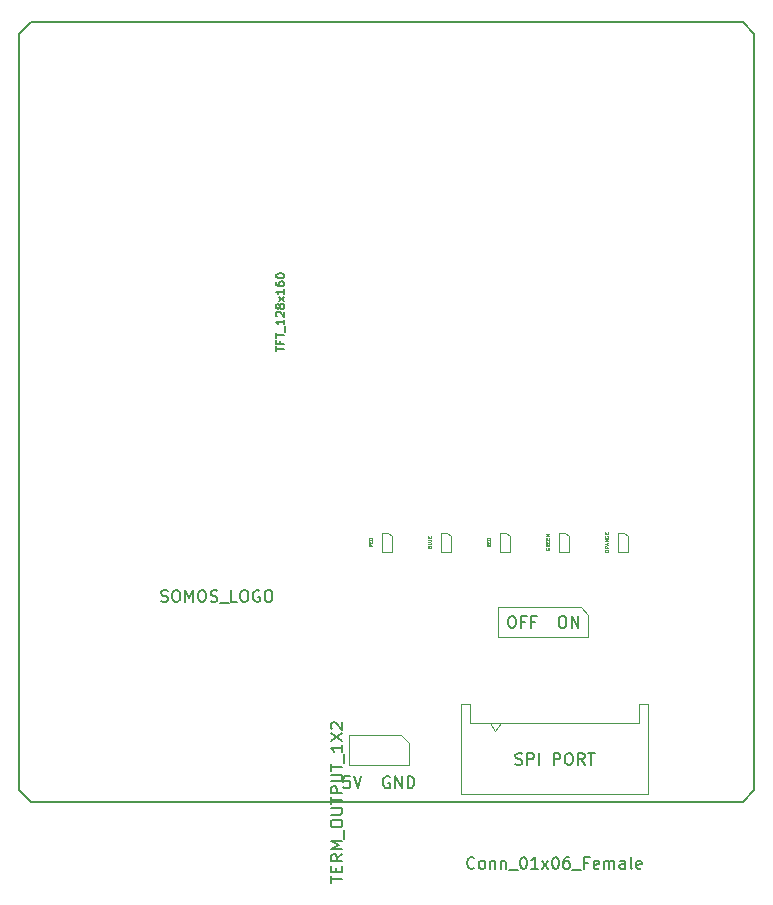
<source format=gbr>
G04 #@! TF.GenerationSoftware,KiCad,Pcbnew,5.1.5-52549c5~86~ubuntu18.04.1*
G04 #@! TF.CreationDate,2020-04-28T10:32:59-07:00*
G04 #@! TF.ProjectId,SHIELD_MIMAS_TFT_BT_POWERSUPPLY,53484945-4c44-45f4-9d49-4d41535f5446,rev?*
G04 #@! TF.SameCoordinates,Original*
G04 #@! TF.FileFunction,Other,Fab,Top*
%FSLAX46Y46*%
G04 Gerber Fmt 4.6, Leading zero omitted, Abs format (unit mm)*
G04 Created by KiCad (PCBNEW 5.1.5-52549c5~86~ubuntu18.04.1) date 2020-04-28 10:32:59*
%MOMM*%
%LPD*%
G04 APERTURE LIST*
%ADD10C,0.150000*%
%ADD11C,0.100000*%
%ADD12C,0.075000*%
G04 APERTURE END LIST*
D10*
X118885000Y-132020000D02*
X118885000Y-67980000D01*
X180115000Y-133020000D02*
X119885000Y-133020000D01*
X181115000Y-67980000D02*
X181115000Y-132020000D01*
X119885000Y-66980000D02*
X180115000Y-66980000D01*
X180115000Y-133020000D02*
X181115000Y-132020000D01*
X180115000Y-66980000D02*
X181115000Y-67980000D01*
X118885000Y-67980000D02*
X119885000Y-66980000D01*
X118885000Y-132020000D02*
X119885000Y-133020000D01*
D11*
X151235000Y-127330000D02*
X151870000Y-127965000D01*
X146790000Y-127330000D02*
X151235000Y-127330000D01*
X146790000Y-129870000D02*
X146790000Y-127330000D01*
X151870000Y-129870000D02*
X146790000Y-129870000D01*
X151870000Y-127965000D02*
X151870000Y-129870000D01*
X159200000Y-127007107D02*
X159700000Y-126300000D01*
X158700000Y-126300000D02*
X159200000Y-127007107D01*
X172150000Y-124700000D02*
X172150000Y-132300000D01*
X156250000Y-124700000D02*
X156250000Y-132300000D01*
X156250000Y-132300000D02*
X172150000Y-132300000D01*
X171350000Y-124700000D02*
X172150000Y-124700000D01*
X171350000Y-126300000D02*
X171350000Y-124700000D01*
X157050000Y-126300000D02*
X171350000Y-126300000D01*
X157050000Y-124700000D02*
X157050000Y-126300000D01*
X156250000Y-124700000D02*
X157050000Y-124700000D01*
X166435000Y-116530000D02*
X167070000Y-117165000D01*
X159450000Y-116530000D02*
X166435000Y-116530000D01*
X159450000Y-119070000D02*
X159450000Y-116530000D01*
X167070000Y-119070000D02*
X159450000Y-119070000D01*
X167070000Y-117165000D02*
X167070000Y-119070000D01*
X149600000Y-111800000D02*
X150400000Y-111800000D01*
X149600000Y-110200000D02*
X149600000Y-111800000D01*
X150100000Y-110200000D02*
X149600000Y-110200000D01*
X150400000Y-110500000D02*
X150100000Y-110200000D01*
X150400000Y-111800000D02*
X150400000Y-110500000D01*
X154600000Y-111800000D02*
X155400000Y-111800000D01*
X154600000Y-110200000D02*
X154600000Y-111800000D01*
X155100000Y-110200000D02*
X154600000Y-110200000D01*
X155400000Y-110500000D02*
X155100000Y-110200000D01*
X155400000Y-111800000D02*
X155400000Y-110500000D01*
X159600000Y-111800000D02*
X160400000Y-111800000D01*
X159600000Y-110200000D02*
X159600000Y-111800000D01*
X160100000Y-110200000D02*
X159600000Y-110200000D01*
X160400000Y-110500000D02*
X160100000Y-110200000D01*
X160400000Y-111800000D02*
X160400000Y-110500000D01*
X164600000Y-111800000D02*
X165400000Y-111800000D01*
X164600000Y-110200000D02*
X164600000Y-111800000D01*
X165100000Y-110200000D02*
X164600000Y-110200000D01*
X165400000Y-110500000D02*
X165100000Y-110200000D01*
X165400000Y-111800000D02*
X165400000Y-110500000D01*
X169600000Y-111800000D02*
X170400000Y-111800000D01*
X169600000Y-110200000D02*
X169600000Y-111800000D01*
X170100000Y-110200000D02*
X169600000Y-110200000D01*
X170400000Y-110500000D02*
X170100000Y-110200000D01*
X170400000Y-111800000D02*
X170400000Y-110500000D01*
D10*
X145242380Y-139818333D02*
X145242380Y-139246904D01*
X146242380Y-139532619D02*
X145242380Y-139532619D01*
X145718571Y-138913571D02*
X145718571Y-138580238D01*
X146242380Y-138437380D02*
X146242380Y-138913571D01*
X145242380Y-138913571D01*
X145242380Y-138437380D01*
X146242380Y-137437380D02*
X145766190Y-137770714D01*
X146242380Y-138008809D02*
X145242380Y-138008809D01*
X145242380Y-137627857D01*
X145290000Y-137532619D01*
X145337619Y-137485000D01*
X145432857Y-137437380D01*
X145575714Y-137437380D01*
X145670952Y-137485000D01*
X145718571Y-137532619D01*
X145766190Y-137627857D01*
X145766190Y-138008809D01*
X146242380Y-137008809D02*
X145242380Y-137008809D01*
X145956666Y-136675476D01*
X145242380Y-136342142D01*
X146242380Y-136342142D01*
X146337619Y-136104047D02*
X146337619Y-135342142D01*
X145242380Y-134913571D02*
X145242380Y-134723095D01*
X145290000Y-134627857D01*
X145385238Y-134532619D01*
X145575714Y-134485000D01*
X145909047Y-134485000D01*
X146099523Y-134532619D01*
X146194761Y-134627857D01*
X146242380Y-134723095D01*
X146242380Y-134913571D01*
X146194761Y-135008809D01*
X146099523Y-135104047D01*
X145909047Y-135151666D01*
X145575714Y-135151666D01*
X145385238Y-135104047D01*
X145290000Y-135008809D01*
X145242380Y-134913571D01*
X145242380Y-134056428D02*
X146051904Y-134056428D01*
X146147142Y-134008809D01*
X146194761Y-133961190D01*
X146242380Y-133865952D01*
X146242380Y-133675476D01*
X146194761Y-133580238D01*
X146147142Y-133532619D01*
X146051904Y-133485000D01*
X145242380Y-133485000D01*
X145242380Y-133151666D02*
X145242380Y-132580238D01*
X146242380Y-132865952D02*
X145242380Y-132865952D01*
X146242380Y-132246904D02*
X145242380Y-132246904D01*
X145242380Y-131865952D01*
X145290000Y-131770714D01*
X145337619Y-131723095D01*
X145432857Y-131675476D01*
X145575714Y-131675476D01*
X145670952Y-131723095D01*
X145718571Y-131770714D01*
X145766190Y-131865952D01*
X145766190Y-132246904D01*
X145242380Y-131246904D02*
X146051904Y-131246904D01*
X146147142Y-131199285D01*
X146194761Y-131151666D01*
X146242380Y-131056428D01*
X146242380Y-130865952D01*
X146194761Y-130770714D01*
X146147142Y-130723095D01*
X146051904Y-130675476D01*
X145242380Y-130675476D01*
X145242380Y-130342142D02*
X145242380Y-129770714D01*
X146242380Y-130056428D02*
X145242380Y-130056428D01*
X146337619Y-129675476D02*
X146337619Y-128913571D01*
X146242380Y-128151666D02*
X146242380Y-128723095D01*
X146242380Y-128437380D02*
X145242380Y-128437380D01*
X145385238Y-128532619D01*
X145480476Y-128627857D01*
X145528095Y-128723095D01*
X145242380Y-127818333D02*
X146242380Y-127151666D01*
X145242380Y-127151666D02*
X146242380Y-127818333D01*
X145337619Y-126818333D02*
X145290000Y-126770714D01*
X145242380Y-126675476D01*
X145242380Y-126437380D01*
X145290000Y-126342142D01*
X145337619Y-126294523D01*
X145432857Y-126246904D01*
X145528095Y-126246904D01*
X145670952Y-126294523D01*
X146242380Y-126865952D01*
X146242380Y-126246904D01*
X146853809Y-130822380D02*
X146377619Y-130822380D01*
X146330000Y-131298571D01*
X146377619Y-131250952D01*
X146472857Y-131203333D01*
X146710952Y-131203333D01*
X146806190Y-131250952D01*
X146853809Y-131298571D01*
X146901428Y-131393809D01*
X146901428Y-131631904D01*
X146853809Y-131727142D01*
X146806190Y-131774761D01*
X146710952Y-131822380D01*
X146472857Y-131822380D01*
X146377619Y-131774761D01*
X146330000Y-131727142D01*
X147187142Y-130822380D02*
X147520476Y-131822380D01*
X147853809Y-130822380D01*
X150234761Y-130870000D02*
X150139523Y-130822380D01*
X149996666Y-130822380D01*
X149853809Y-130870000D01*
X149758571Y-130965238D01*
X149710952Y-131060476D01*
X149663333Y-131250952D01*
X149663333Y-131393809D01*
X149710952Y-131584285D01*
X149758571Y-131679523D01*
X149853809Y-131774761D01*
X149996666Y-131822380D01*
X150091904Y-131822380D01*
X150234761Y-131774761D01*
X150282380Y-131727142D01*
X150282380Y-131393809D01*
X150091904Y-131393809D01*
X150710952Y-131822380D02*
X150710952Y-130822380D01*
X151282380Y-131822380D01*
X151282380Y-130822380D01*
X151758571Y-131822380D02*
X151758571Y-130822380D01*
X151996666Y-130822380D01*
X152139523Y-130870000D01*
X152234761Y-130965238D01*
X152282380Y-131060476D01*
X152330000Y-131250952D01*
X152330000Y-131393809D01*
X152282380Y-131584285D01*
X152234761Y-131679523D01*
X152139523Y-131774761D01*
X151996666Y-131822380D01*
X151758571Y-131822380D01*
X140616666Y-94816666D02*
X140616666Y-94416666D01*
X141316666Y-94616666D02*
X140616666Y-94616666D01*
X140950000Y-93950000D02*
X140950000Y-94183333D01*
X141316666Y-94183333D02*
X140616666Y-94183333D01*
X140616666Y-93850000D01*
X140616666Y-93683333D02*
X140616666Y-93283333D01*
X141316666Y-93483333D02*
X140616666Y-93483333D01*
X141383333Y-93216666D02*
X141383333Y-92683333D01*
X141316666Y-92150000D02*
X141316666Y-92550000D01*
X141316666Y-92350000D02*
X140616666Y-92350000D01*
X140716666Y-92416666D01*
X140783333Y-92483333D01*
X140816666Y-92550000D01*
X140683333Y-91883333D02*
X140650000Y-91850000D01*
X140616666Y-91783333D01*
X140616666Y-91616666D01*
X140650000Y-91550000D01*
X140683333Y-91516666D01*
X140750000Y-91483333D01*
X140816666Y-91483333D01*
X140916666Y-91516666D01*
X141316666Y-91916666D01*
X141316666Y-91483333D01*
X140916666Y-91083333D02*
X140883333Y-91150000D01*
X140850000Y-91183333D01*
X140783333Y-91216666D01*
X140750000Y-91216666D01*
X140683333Y-91183333D01*
X140650000Y-91150000D01*
X140616666Y-91083333D01*
X140616666Y-90950000D01*
X140650000Y-90883333D01*
X140683333Y-90850000D01*
X140750000Y-90816666D01*
X140783333Y-90816666D01*
X140850000Y-90850000D01*
X140883333Y-90883333D01*
X140916666Y-90950000D01*
X140916666Y-91083333D01*
X140950000Y-91150000D01*
X140983333Y-91183333D01*
X141050000Y-91216666D01*
X141183333Y-91216666D01*
X141250000Y-91183333D01*
X141283333Y-91150000D01*
X141316666Y-91083333D01*
X141316666Y-90950000D01*
X141283333Y-90883333D01*
X141250000Y-90850000D01*
X141183333Y-90816666D01*
X141050000Y-90816666D01*
X140983333Y-90850000D01*
X140950000Y-90883333D01*
X140916666Y-90950000D01*
X141316666Y-90583333D02*
X140850000Y-90216666D01*
X140850000Y-90583333D02*
X141316666Y-90216666D01*
X141316666Y-89583333D02*
X141316666Y-89983333D01*
X141316666Y-89783333D02*
X140616666Y-89783333D01*
X140716666Y-89850000D01*
X140783333Y-89916666D01*
X140816666Y-89983333D01*
X140616666Y-88983333D02*
X140616666Y-89116666D01*
X140650000Y-89183333D01*
X140683333Y-89216666D01*
X140783333Y-89283333D01*
X140916666Y-89316666D01*
X141183333Y-89316666D01*
X141250000Y-89283333D01*
X141283333Y-89250000D01*
X141316666Y-89183333D01*
X141316666Y-89050000D01*
X141283333Y-88983333D01*
X141250000Y-88950000D01*
X141183333Y-88916666D01*
X141016666Y-88916666D01*
X140950000Y-88950000D01*
X140916666Y-88983333D01*
X140883333Y-89050000D01*
X140883333Y-89183333D01*
X140916666Y-89250000D01*
X140950000Y-89283333D01*
X141016666Y-89316666D01*
X140616666Y-88483333D02*
X140616666Y-88416666D01*
X140650000Y-88350000D01*
X140683333Y-88316666D01*
X140750000Y-88283333D01*
X140883333Y-88250000D01*
X141050000Y-88250000D01*
X141183333Y-88283333D01*
X141250000Y-88316666D01*
X141283333Y-88350000D01*
X141316666Y-88416666D01*
X141316666Y-88483333D01*
X141283333Y-88550000D01*
X141250000Y-88583333D01*
X141183333Y-88616666D01*
X141050000Y-88650000D01*
X140883333Y-88650000D01*
X140750000Y-88616666D01*
X140683333Y-88583333D01*
X140650000Y-88550000D01*
X140616666Y-88483333D01*
X157414285Y-138557142D02*
X157366666Y-138604761D01*
X157223809Y-138652380D01*
X157128571Y-138652380D01*
X156985714Y-138604761D01*
X156890476Y-138509523D01*
X156842857Y-138414285D01*
X156795238Y-138223809D01*
X156795238Y-138080952D01*
X156842857Y-137890476D01*
X156890476Y-137795238D01*
X156985714Y-137700000D01*
X157128571Y-137652380D01*
X157223809Y-137652380D01*
X157366666Y-137700000D01*
X157414285Y-137747619D01*
X157985714Y-138652380D02*
X157890476Y-138604761D01*
X157842857Y-138557142D01*
X157795238Y-138461904D01*
X157795238Y-138176190D01*
X157842857Y-138080952D01*
X157890476Y-138033333D01*
X157985714Y-137985714D01*
X158128571Y-137985714D01*
X158223809Y-138033333D01*
X158271428Y-138080952D01*
X158319047Y-138176190D01*
X158319047Y-138461904D01*
X158271428Y-138557142D01*
X158223809Y-138604761D01*
X158128571Y-138652380D01*
X157985714Y-138652380D01*
X158747619Y-137985714D02*
X158747619Y-138652380D01*
X158747619Y-138080952D02*
X158795238Y-138033333D01*
X158890476Y-137985714D01*
X159033333Y-137985714D01*
X159128571Y-138033333D01*
X159176190Y-138128571D01*
X159176190Y-138652380D01*
X159652380Y-137985714D02*
X159652380Y-138652380D01*
X159652380Y-138080952D02*
X159700000Y-138033333D01*
X159795238Y-137985714D01*
X159938095Y-137985714D01*
X160033333Y-138033333D01*
X160080952Y-138128571D01*
X160080952Y-138652380D01*
X160319047Y-138747619D02*
X161080952Y-138747619D01*
X161509523Y-137652380D02*
X161604761Y-137652380D01*
X161700000Y-137700000D01*
X161747619Y-137747619D01*
X161795238Y-137842857D01*
X161842857Y-138033333D01*
X161842857Y-138271428D01*
X161795238Y-138461904D01*
X161747619Y-138557142D01*
X161700000Y-138604761D01*
X161604761Y-138652380D01*
X161509523Y-138652380D01*
X161414285Y-138604761D01*
X161366666Y-138557142D01*
X161319047Y-138461904D01*
X161271428Y-138271428D01*
X161271428Y-138033333D01*
X161319047Y-137842857D01*
X161366666Y-137747619D01*
X161414285Y-137700000D01*
X161509523Y-137652380D01*
X162795238Y-138652380D02*
X162223809Y-138652380D01*
X162509523Y-138652380D02*
X162509523Y-137652380D01*
X162414285Y-137795238D01*
X162319047Y-137890476D01*
X162223809Y-137938095D01*
X163128571Y-138652380D02*
X163652380Y-137985714D01*
X163128571Y-137985714D02*
X163652380Y-138652380D01*
X164223809Y-137652380D02*
X164319047Y-137652380D01*
X164414285Y-137700000D01*
X164461904Y-137747619D01*
X164509523Y-137842857D01*
X164557142Y-138033333D01*
X164557142Y-138271428D01*
X164509523Y-138461904D01*
X164461904Y-138557142D01*
X164414285Y-138604761D01*
X164319047Y-138652380D01*
X164223809Y-138652380D01*
X164128571Y-138604761D01*
X164080952Y-138557142D01*
X164033333Y-138461904D01*
X163985714Y-138271428D01*
X163985714Y-138033333D01*
X164033333Y-137842857D01*
X164080952Y-137747619D01*
X164128571Y-137700000D01*
X164223809Y-137652380D01*
X165414285Y-137652380D02*
X165223809Y-137652380D01*
X165128571Y-137700000D01*
X165080952Y-137747619D01*
X164985714Y-137890476D01*
X164938095Y-138080952D01*
X164938095Y-138461904D01*
X164985714Y-138557142D01*
X165033333Y-138604761D01*
X165128571Y-138652380D01*
X165319047Y-138652380D01*
X165414285Y-138604761D01*
X165461904Y-138557142D01*
X165509523Y-138461904D01*
X165509523Y-138223809D01*
X165461904Y-138128571D01*
X165414285Y-138080952D01*
X165319047Y-138033333D01*
X165128571Y-138033333D01*
X165033333Y-138080952D01*
X164985714Y-138128571D01*
X164938095Y-138223809D01*
X165700000Y-138747619D02*
X166461904Y-138747619D01*
X167033333Y-138128571D02*
X166700000Y-138128571D01*
X166700000Y-138652380D02*
X166700000Y-137652380D01*
X167176190Y-137652380D01*
X167938095Y-138604761D02*
X167842857Y-138652380D01*
X167652380Y-138652380D01*
X167557142Y-138604761D01*
X167509523Y-138509523D01*
X167509523Y-138128571D01*
X167557142Y-138033333D01*
X167652380Y-137985714D01*
X167842857Y-137985714D01*
X167938095Y-138033333D01*
X167985714Y-138128571D01*
X167985714Y-138223809D01*
X167509523Y-138319047D01*
X168414285Y-138652380D02*
X168414285Y-137985714D01*
X168414285Y-138080952D02*
X168461904Y-138033333D01*
X168557142Y-137985714D01*
X168700000Y-137985714D01*
X168795238Y-138033333D01*
X168842857Y-138128571D01*
X168842857Y-138652380D01*
X168842857Y-138128571D02*
X168890476Y-138033333D01*
X168985714Y-137985714D01*
X169128571Y-137985714D01*
X169223809Y-138033333D01*
X169271428Y-138128571D01*
X169271428Y-138652380D01*
X170176190Y-138652380D02*
X170176190Y-138128571D01*
X170128571Y-138033333D01*
X170033333Y-137985714D01*
X169842857Y-137985714D01*
X169747619Y-138033333D01*
X170176190Y-138604761D02*
X170080952Y-138652380D01*
X169842857Y-138652380D01*
X169747619Y-138604761D01*
X169700000Y-138509523D01*
X169700000Y-138414285D01*
X169747619Y-138319047D01*
X169842857Y-138271428D01*
X170080952Y-138271428D01*
X170176190Y-138223809D01*
X170795238Y-138652380D02*
X170700000Y-138604761D01*
X170652380Y-138509523D01*
X170652380Y-137652380D01*
X171557142Y-138604761D02*
X171461904Y-138652380D01*
X171271428Y-138652380D01*
X171176190Y-138604761D01*
X171128571Y-138509523D01*
X171128571Y-138128571D01*
X171176190Y-138033333D01*
X171271428Y-137985714D01*
X171461904Y-137985714D01*
X171557142Y-138033333D01*
X171604761Y-138128571D01*
X171604761Y-138223809D01*
X171128571Y-138319047D01*
X160890476Y-129804761D02*
X161033333Y-129852380D01*
X161271428Y-129852380D01*
X161366666Y-129804761D01*
X161414285Y-129757142D01*
X161461904Y-129661904D01*
X161461904Y-129566666D01*
X161414285Y-129471428D01*
X161366666Y-129423809D01*
X161271428Y-129376190D01*
X161080952Y-129328571D01*
X160985714Y-129280952D01*
X160938095Y-129233333D01*
X160890476Y-129138095D01*
X160890476Y-129042857D01*
X160938095Y-128947619D01*
X160985714Y-128900000D01*
X161080952Y-128852380D01*
X161319047Y-128852380D01*
X161461904Y-128900000D01*
X161890476Y-129852380D02*
X161890476Y-128852380D01*
X162271428Y-128852380D01*
X162366666Y-128900000D01*
X162414285Y-128947619D01*
X162461904Y-129042857D01*
X162461904Y-129185714D01*
X162414285Y-129280952D01*
X162366666Y-129328571D01*
X162271428Y-129376190D01*
X161890476Y-129376190D01*
X162890476Y-129852380D02*
X162890476Y-128852380D01*
X164128571Y-129852380D02*
X164128571Y-128852380D01*
X164509523Y-128852380D01*
X164604761Y-128900000D01*
X164652380Y-128947619D01*
X164700000Y-129042857D01*
X164700000Y-129185714D01*
X164652380Y-129280952D01*
X164604761Y-129328571D01*
X164509523Y-129376190D01*
X164128571Y-129376190D01*
X165319047Y-128852380D02*
X165509523Y-128852380D01*
X165604761Y-128900000D01*
X165700000Y-128995238D01*
X165747619Y-129185714D01*
X165747619Y-129519047D01*
X165700000Y-129709523D01*
X165604761Y-129804761D01*
X165509523Y-129852380D01*
X165319047Y-129852380D01*
X165223809Y-129804761D01*
X165128571Y-129709523D01*
X165080952Y-129519047D01*
X165080952Y-129185714D01*
X165128571Y-128995238D01*
X165223809Y-128900000D01*
X165319047Y-128852380D01*
X166747619Y-129852380D02*
X166414285Y-129376190D01*
X166176190Y-129852380D02*
X166176190Y-128852380D01*
X166557142Y-128852380D01*
X166652380Y-128900000D01*
X166700000Y-128947619D01*
X166747619Y-129042857D01*
X166747619Y-129185714D01*
X166700000Y-129280952D01*
X166652380Y-129328571D01*
X166557142Y-129376190D01*
X166176190Y-129376190D01*
X167033333Y-128852380D02*
X167604761Y-128852380D01*
X167319047Y-129852380D02*
X167319047Y-128852380D01*
X160498095Y-117252380D02*
X160688571Y-117252380D01*
X160783809Y-117300000D01*
X160879047Y-117395238D01*
X160926666Y-117585714D01*
X160926666Y-117919047D01*
X160879047Y-118109523D01*
X160783809Y-118204761D01*
X160688571Y-118252380D01*
X160498095Y-118252380D01*
X160402857Y-118204761D01*
X160307619Y-118109523D01*
X160260000Y-117919047D01*
X160260000Y-117585714D01*
X160307619Y-117395238D01*
X160402857Y-117300000D01*
X160498095Y-117252380D01*
X161688571Y-117728571D02*
X161355238Y-117728571D01*
X161355238Y-118252380D02*
X161355238Y-117252380D01*
X161831428Y-117252380D01*
X162545714Y-117728571D02*
X162212380Y-117728571D01*
X162212380Y-118252380D02*
X162212380Y-117252380D01*
X162688571Y-117252380D01*
X164783809Y-117252380D02*
X164974285Y-117252380D01*
X165069523Y-117300000D01*
X165164761Y-117395238D01*
X165212380Y-117585714D01*
X165212380Y-117919047D01*
X165164761Y-118109523D01*
X165069523Y-118204761D01*
X164974285Y-118252380D01*
X164783809Y-118252380D01*
X164688571Y-118204761D01*
X164593333Y-118109523D01*
X164545714Y-117919047D01*
X164545714Y-117585714D01*
X164593333Y-117395238D01*
X164688571Y-117300000D01*
X164783809Y-117252380D01*
X165640952Y-118252380D02*
X165640952Y-117252380D01*
X166212380Y-118252380D01*
X166212380Y-117252380D01*
D12*
X148755714Y-111192857D02*
X148612857Y-111292857D01*
X148755714Y-111364285D02*
X148455714Y-111364285D01*
X148455714Y-111250000D01*
X148470000Y-111221428D01*
X148484285Y-111207142D01*
X148512857Y-111192857D01*
X148555714Y-111192857D01*
X148584285Y-111207142D01*
X148598571Y-111221428D01*
X148612857Y-111250000D01*
X148612857Y-111364285D01*
X148598571Y-111064285D02*
X148598571Y-110964285D01*
X148755714Y-110921428D02*
X148755714Y-111064285D01*
X148455714Y-111064285D01*
X148455714Y-110921428D01*
X148755714Y-110792857D02*
X148455714Y-110792857D01*
X148455714Y-110721428D01*
X148470000Y-110678571D01*
X148498571Y-110650000D01*
X148527142Y-110635714D01*
X148584285Y-110621428D01*
X148627142Y-110621428D01*
X148684285Y-110635714D01*
X148712857Y-110650000D01*
X148741428Y-110678571D01*
X148755714Y-110721428D01*
X148755714Y-110792857D01*
X153598571Y-111392857D02*
X153612857Y-111350000D01*
X153627142Y-111335714D01*
X153655714Y-111321428D01*
X153698571Y-111321428D01*
X153727142Y-111335714D01*
X153741428Y-111350000D01*
X153755714Y-111378571D01*
X153755714Y-111492857D01*
X153455714Y-111492857D01*
X153455714Y-111392857D01*
X153470000Y-111364285D01*
X153484285Y-111350000D01*
X153512857Y-111335714D01*
X153541428Y-111335714D01*
X153570000Y-111350000D01*
X153584285Y-111364285D01*
X153598571Y-111392857D01*
X153598571Y-111492857D01*
X153755714Y-111050000D02*
X153755714Y-111192857D01*
X153455714Y-111192857D01*
X153455714Y-110950000D02*
X153698571Y-110950000D01*
X153727142Y-110935714D01*
X153741428Y-110921428D01*
X153755714Y-110892857D01*
X153755714Y-110835714D01*
X153741428Y-110807142D01*
X153727142Y-110792857D01*
X153698571Y-110778571D01*
X153455714Y-110778571D01*
X153598571Y-110635714D02*
X153598571Y-110535714D01*
X153755714Y-110492857D02*
X153755714Y-110635714D01*
X153455714Y-110635714D01*
X153455714Y-110492857D01*
X158755714Y-111192857D02*
X158612857Y-111292857D01*
X158755714Y-111364285D02*
X158455714Y-111364285D01*
X158455714Y-111250000D01*
X158470000Y-111221428D01*
X158484285Y-111207142D01*
X158512857Y-111192857D01*
X158555714Y-111192857D01*
X158584285Y-111207142D01*
X158598571Y-111221428D01*
X158612857Y-111250000D01*
X158612857Y-111364285D01*
X158598571Y-111064285D02*
X158598571Y-110964285D01*
X158755714Y-110921428D02*
X158755714Y-111064285D01*
X158455714Y-111064285D01*
X158455714Y-110921428D01*
X158755714Y-110792857D02*
X158455714Y-110792857D01*
X158455714Y-110721428D01*
X158470000Y-110678571D01*
X158498571Y-110650000D01*
X158527142Y-110635714D01*
X158584285Y-110621428D01*
X158627142Y-110621428D01*
X158684285Y-110635714D01*
X158712857Y-110650000D01*
X158741428Y-110678571D01*
X158755714Y-110721428D01*
X158755714Y-110792857D01*
X163470000Y-111500000D02*
X163455714Y-111528571D01*
X163455714Y-111571428D01*
X163470000Y-111614285D01*
X163498571Y-111642857D01*
X163527142Y-111657142D01*
X163584285Y-111671428D01*
X163627142Y-111671428D01*
X163684285Y-111657142D01*
X163712857Y-111642857D01*
X163741428Y-111614285D01*
X163755714Y-111571428D01*
X163755714Y-111542857D01*
X163741428Y-111500000D01*
X163727142Y-111485714D01*
X163627142Y-111485714D01*
X163627142Y-111542857D01*
X163755714Y-111185714D02*
X163612857Y-111285714D01*
X163755714Y-111357142D02*
X163455714Y-111357142D01*
X163455714Y-111242857D01*
X163470000Y-111214285D01*
X163484285Y-111200000D01*
X163512857Y-111185714D01*
X163555714Y-111185714D01*
X163584285Y-111200000D01*
X163598571Y-111214285D01*
X163612857Y-111242857D01*
X163612857Y-111357142D01*
X163598571Y-111057142D02*
X163598571Y-110957142D01*
X163755714Y-110914285D02*
X163755714Y-111057142D01*
X163455714Y-111057142D01*
X163455714Y-110914285D01*
X163598571Y-110785714D02*
X163598571Y-110685714D01*
X163755714Y-110642857D02*
X163755714Y-110785714D01*
X163455714Y-110785714D01*
X163455714Y-110642857D01*
X163755714Y-110514285D02*
X163455714Y-110514285D01*
X163755714Y-110342857D01*
X163455714Y-110342857D01*
X168455714Y-111750000D02*
X168455714Y-111692857D01*
X168470000Y-111664285D01*
X168498571Y-111635714D01*
X168555714Y-111621428D01*
X168655714Y-111621428D01*
X168712857Y-111635714D01*
X168741428Y-111664285D01*
X168755714Y-111692857D01*
X168755714Y-111750000D01*
X168741428Y-111778571D01*
X168712857Y-111807142D01*
X168655714Y-111821428D01*
X168555714Y-111821428D01*
X168498571Y-111807142D01*
X168470000Y-111778571D01*
X168455714Y-111750000D01*
X168755714Y-111321428D02*
X168612857Y-111421428D01*
X168755714Y-111492857D02*
X168455714Y-111492857D01*
X168455714Y-111378571D01*
X168470000Y-111350000D01*
X168484285Y-111335714D01*
X168512857Y-111321428D01*
X168555714Y-111321428D01*
X168584285Y-111335714D01*
X168598571Y-111350000D01*
X168612857Y-111378571D01*
X168612857Y-111492857D01*
X168670000Y-111207142D02*
X168670000Y-111064285D01*
X168755714Y-111235714D02*
X168455714Y-111135714D01*
X168755714Y-111035714D01*
X168755714Y-110935714D02*
X168455714Y-110935714D01*
X168755714Y-110764285D01*
X168455714Y-110764285D01*
X168470000Y-110464285D02*
X168455714Y-110492857D01*
X168455714Y-110535714D01*
X168470000Y-110578571D01*
X168498571Y-110607142D01*
X168527142Y-110621428D01*
X168584285Y-110635714D01*
X168627142Y-110635714D01*
X168684285Y-110621428D01*
X168712857Y-110607142D01*
X168741428Y-110578571D01*
X168755714Y-110535714D01*
X168755714Y-110507142D01*
X168741428Y-110464285D01*
X168727142Y-110450000D01*
X168627142Y-110450000D01*
X168627142Y-110507142D01*
X168598571Y-110321428D02*
X168598571Y-110221428D01*
X168755714Y-110178571D02*
X168755714Y-110321428D01*
X168455714Y-110321428D01*
X168455714Y-110178571D01*
D10*
X130885714Y-116004761D02*
X131028571Y-116052380D01*
X131266666Y-116052380D01*
X131361904Y-116004761D01*
X131409523Y-115957142D01*
X131457142Y-115861904D01*
X131457142Y-115766666D01*
X131409523Y-115671428D01*
X131361904Y-115623809D01*
X131266666Y-115576190D01*
X131076190Y-115528571D01*
X130980952Y-115480952D01*
X130933333Y-115433333D01*
X130885714Y-115338095D01*
X130885714Y-115242857D01*
X130933333Y-115147619D01*
X130980952Y-115100000D01*
X131076190Y-115052380D01*
X131314285Y-115052380D01*
X131457142Y-115100000D01*
X132076190Y-115052380D02*
X132266666Y-115052380D01*
X132361904Y-115100000D01*
X132457142Y-115195238D01*
X132504761Y-115385714D01*
X132504761Y-115719047D01*
X132457142Y-115909523D01*
X132361904Y-116004761D01*
X132266666Y-116052380D01*
X132076190Y-116052380D01*
X131980952Y-116004761D01*
X131885714Y-115909523D01*
X131838095Y-115719047D01*
X131838095Y-115385714D01*
X131885714Y-115195238D01*
X131980952Y-115100000D01*
X132076190Y-115052380D01*
X132933333Y-116052380D02*
X132933333Y-115052380D01*
X133266666Y-115766666D01*
X133600000Y-115052380D01*
X133600000Y-116052380D01*
X134266666Y-115052380D02*
X134457142Y-115052380D01*
X134552380Y-115100000D01*
X134647619Y-115195238D01*
X134695238Y-115385714D01*
X134695238Y-115719047D01*
X134647619Y-115909523D01*
X134552380Y-116004761D01*
X134457142Y-116052380D01*
X134266666Y-116052380D01*
X134171428Y-116004761D01*
X134076190Y-115909523D01*
X134028571Y-115719047D01*
X134028571Y-115385714D01*
X134076190Y-115195238D01*
X134171428Y-115100000D01*
X134266666Y-115052380D01*
X135076190Y-116004761D02*
X135219047Y-116052380D01*
X135457142Y-116052380D01*
X135552380Y-116004761D01*
X135600000Y-115957142D01*
X135647619Y-115861904D01*
X135647619Y-115766666D01*
X135600000Y-115671428D01*
X135552380Y-115623809D01*
X135457142Y-115576190D01*
X135266666Y-115528571D01*
X135171428Y-115480952D01*
X135123809Y-115433333D01*
X135076190Y-115338095D01*
X135076190Y-115242857D01*
X135123809Y-115147619D01*
X135171428Y-115100000D01*
X135266666Y-115052380D01*
X135504761Y-115052380D01*
X135647619Y-115100000D01*
X135838095Y-116147619D02*
X136600000Y-116147619D01*
X137314285Y-116052380D02*
X136838095Y-116052380D01*
X136838095Y-115052380D01*
X137838095Y-115052380D02*
X138028571Y-115052380D01*
X138123809Y-115100000D01*
X138219047Y-115195238D01*
X138266666Y-115385714D01*
X138266666Y-115719047D01*
X138219047Y-115909523D01*
X138123809Y-116004761D01*
X138028571Y-116052380D01*
X137838095Y-116052380D01*
X137742857Y-116004761D01*
X137647619Y-115909523D01*
X137600000Y-115719047D01*
X137600000Y-115385714D01*
X137647619Y-115195238D01*
X137742857Y-115100000D01*
X137838095Y-115052380D01*
X139219047Y-115100000D02*
X139123809Y-115052380D01*
X138980952Y-115052380D01*
X138838095Y-115100000D01*
X138742857Y-115195238D01*
X138695238Y-115290476D01*
X138647619Y-115480952D01*
X138647619Y-115623809D01*
X138695238Y-115814285D01*
X138742857Y-115909523D01*
X138838095Y-116004761D01*
X138980952Y-116052380D01*
X139076190Y-116052380D01*
X139219047Y-116004761D01*
X139266666Y-115957142D01*
X139266666Y-115623809D01*
X139076190Y-115623809D01*
X139885714Y-115052380D02*
X140076190Y-115052380D01*
X140171428Y-115100000D01*
X140266666Y-115195238D01*
X140314285Y-115385714D01*
X140314285Y-115719047D01*
X140266666Y-115909523D01*
X140171428Y-116004761D01*
X140076190Y-116052380D01*
X139885714Y-116052380D01*
X139790476Y-116004761D01*
X139695238Y-115909523D01*
X139647619Y-115719047D01*
X139647619Y-115385714D01*
X139695238Y-115195238D01*
X139790476Y-115100000D01*
X139885714Y-115052380D01*
M02*

</source>
